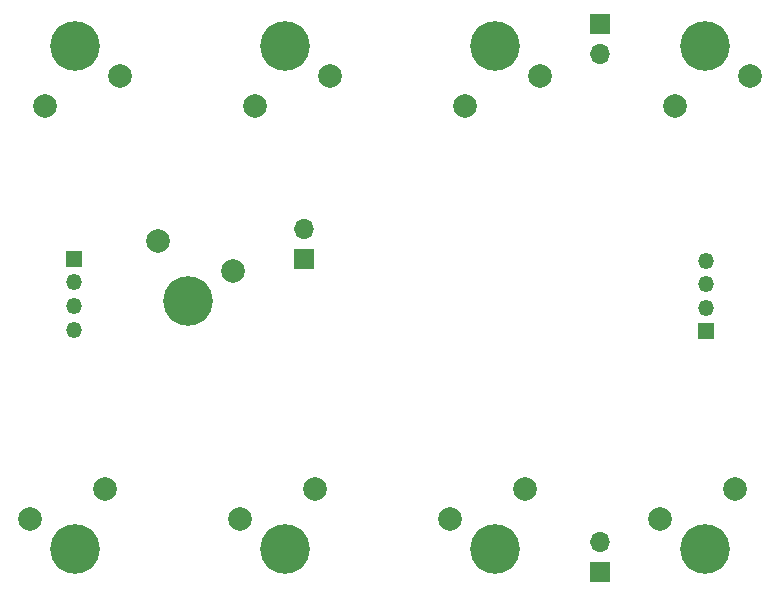
<source format=gts>
G04 #@! TF.GenerationSoftware,KiCad,Pcbnew,(5.1.8)-1*
G04 #@! TF.CreationDate,2021-12-03T11:16:53+09:00*
G04 #@! TF.ProjectId,windsynth,77696e64-7379-46e7-9468-2e6b69636164,rev?*
G04 #@! TF.SameCoordinates,Original*
G04 #@! TF.FileFunction,Soldermask,Top*
G04 #@! TF.FilePolarity,Negative*
%FSLAX46Y46*%
G04 Gerber Fmt 4.6, Leading zero omitted, Abs format (unit mm)*
G04 Created by KiCad (PCBNEW (5.1.8)-1) date 2021-12-03 11:16:53*
%MOMM*%
%LPD*%
G01*
G04 APERTURE LIST*
%ADD10R,1.350000X1.350000*%
%ADD11O,1.350000X1.350000*%
%ADD12C,4.200000*%
%ADD13C,2.000000*%
%ADD14R,1.700000X1.700000*%
%ADD15O,1.700000X1.700000*%
G04 APERTURE END LIST*
D10*
G04 #@! TO.C,I2C*
X188000000Y-97155000D03*
D11*
X188000000Y-95155000D03*
X188000000Y-93155000D03*
X188000000Y-91155000D03*
G04 #@! TD*
G04 #@! TO.C,I2C*
X134500000Y-97000000D03*
X134500000Y-95000000D03*
X134500000Y-93000000D03*
D10*
X134500000Y-91000000D03*
G04 #@! TD*
D12*
G04 #@! TO.C,KeyLowC*
X187960000Y-115570000D03*
D13*
X190500000Y-110490000D03*
X184150000Y-113030000D03*
G04 #@! TD*
D14*
G04 #@! TO.C,KeyEb*
X179000000Y-117500000D03*
D15*
X179000000Y-114960000D03*
G04 #@! TD*
D12*
G04 #@! TO.C,KeyD*
X170180000Y-115570000D03*
D13*
X172720000Y-110490000D03*
X166370000Y-113030000D03*
G04 #@! TD*
D12*
G04 #@! TO.C,KeyE*
X152400000Y-115570000D03*
D13*
X154940000Y-110490000D03*
X148590000Y-113030000D03*
G04 #@! TD*
G04 #@! TO.C,KeyF*
X130810000Y-113030000D03*
X137160000Y-110490000D03*
D12*
X134620000Y-115570000D03*
G04 #@! TD*
G04 #@! TO.C,KeyLowCs*
X187960000Y-73025000D03*
D13*
X185420000Y-78105000D03*
X191770000Y-75565000D03*
G04 #@! TD*
D15*
G04 #@! TO.C,KeyGs*
X179070000Y-73660000D03*
D14*
X179070000Y-71120000D03*
G04 #@! TD*
D13*
G04 #@! TO.C,KeyG*
X173990000Y-75565000D03*
X167640000Y-78105000D03*
D12*
X170180000Y-73025000D03*
G04 #@! TD*
G04 #@! TO.C,KeyA*
X152400000Y-73025000D03*
D13*
X149860000Y-78105000D03*
X156210000Y-75565000D03*
G04 #@! TD*
G04 #@! TO.C,KeyB*
X138430000Y-75565000D03*
X132080000Y-78105000D03*
D12*
X134620000Y-73025000D03*
G04 #@! TD*
D14*
G04 #@! TO.C,KeyDown*
X154000000Y-91000000D03*
D15*
X154000000Y-88460000D03*
G04 #@! TD*
D13*
G04 #@! TO.C,KeyUp*
X147955000Y-92075000D03*
X141605000Y-89535000D03*
D12*
X144145000Y-94615000D03*
G04 #@! TD*
M02*

</source>
